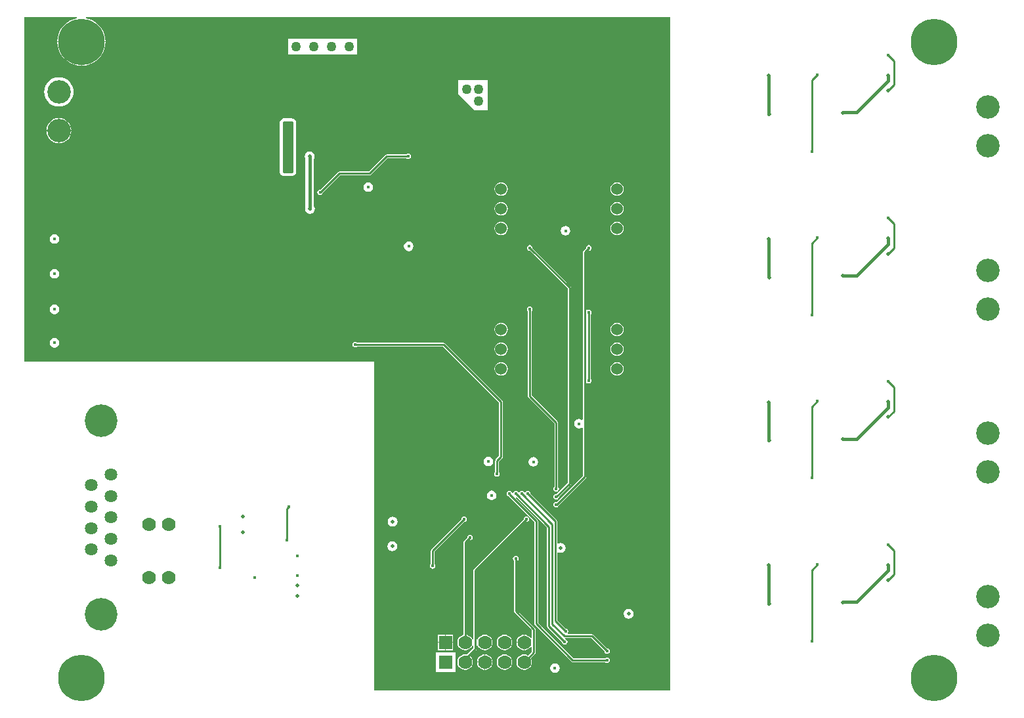
<source format=gbl>
G04*
G04 #@! TF.GenerationSoftware,Altium Limited,Altium Designer,20.0.10 (225)*
G04*
G04 Layer_Physical_Order=4*
G04 Layer_Color=16711680*
%FSLAX25Y25*%
%MOIN*%
G70*
G01*
G75*
%ADD21C,0.01000*%
%ADD83C,0.01500*%
%ADD88C,0.23622*%
%ADD89C,0.07000*%
%ADD90R,0.07000X0.07000*%
%ADD91C,0.11900*%
%ADD92C,0.06000*%
%ADD93C,0.16535*%
%ADD94C,0.06437*%
%ADD95C,0.01772*%
%ADD96C,0.01968*%
%ADD97C,0.05000*%
G36*
X429000Y161000D02*
X278500D01*
Y328000D01*
X101000D01*
Y503000D01*
X127617D01*
X127676Y502500D01*
X126215Y502149D01*
X124439Y501414D01*
X122800Y500410D01*
X121339Y499161D01*
X120090Y497700D01*
X119086Y496061D01*
X118351Y494285D01*
X117902Y492416D01*
X117767Y490700D01*
X142233D01*
X142098Y492416D01*
X141649Y494285D01*
X140914Y496061D01*
X139910Y497700D01*
X138661Y499161D01*
X137200Y500410D01*
X135561Y501414D01*
X133785Y502149D01*
X132324Y502500D01*
X132383Y503000D01*
X429000D01*
Y161000D01*
D02*
G37*
%LPC*%
G36*
X234965Y492100D02*
X234965Y483900D01*
X270035Y483900D01*
Y488000D01*
X270035Y488000D01*
Y488000D01*
Y492100D01*
X234965Y492100D01*
D02*
G37*
G36*
X142233Y490300D02*
X130200D01*
Y478267D01*
X131916Y478402D01*
X133785Y478851D01*
X135561Y479586D01*
X137200Y480590D01*
X138661Y481839D01*
X139910Y483300D01*
X140914Y484939D01*
X141649Y486715D01*
X142098Y488584D01*
X142233Y490300D01*
D02*
G37*
G36*
X129800D02*
X117767D01*
X117902Y488584D01*
X118351Y486715D01*
X119086Y484939D01*
X120090Y483300D01*
X121339Y481839D01*
X122800Y480590D01*
X124439Y479586D01*
X126215Y478851D01*
X128084Y478402D01*
X129800Y478267D01*
Y490300D01*
D02*
G37*
G36*
X118500Y472486D02*
X117040Y472342D01*
X115635Y471916D01*
X114341Y471224D01*
X113207Y470293D01*
X112276Y469159D01*
X111584Y467865D01*
X111158Y466461D01*
X111014Y465000D01*
X111158Y463540D01*
X111584Y462135D01*
X112276Y460841D01*
X113207Y459707D01*
X114341Y458776D01*
X115635Y458084D01*
X117040Y457658D01*
X118500Y457514D01*
X119960Y457658D01*
X121365Y458084D01*
X122659Y458776D01*
X123793Y459707D01*
X124724Y460841D01*
X125416Y462135D01*
X125842Y463540D01*
X125986Y465000D01*
X125842Y466461D01*
X125416Y467865D01*
X124724Y469159D01*
X123793Y470293D01*
X122659Y471224D01*
X121365Y471916D01*
X119960Y472342D01*
X118500Y472486D01*
D02*
G37*
G36*
X336429Y471000D02*
X321300D01*
Y463800D01*
X329507Y455793D01*
X336429Y455810D01*
Y471000D01*
D02*
G37*
G36*
X118724Y451679D02*
Y445518D01*
X124885D01*
X124782Y446563D01*
X124419Y447760D01*
X123829Y448863D01*
X123036Y449830D01*
X122069Y450624D01*
X120965Y451213D01*
X119768Y451576D01*
X118724Y451679D01*
D02*
G37*
G36*
X118324D02*
X117279Y451576D01*
X116082Y451213D01*
X114979Y450624D01*
X114012Y449830D01*
X113218Y448863D01*
X112629Y447760D01*
X112266Y446563D01*
X112163Y445518D01*
X118324D01*
Y451679D01*
D02*
G37*
G36*
X124885Y445118D02*
X118724D01*
Y438957D01*
X119768Y439060D01*
X120965Y439423D01*
X122069Y440013D01*
X123036Y440806D01*
X123829Y441773D01*
X124419Y442876D01*
X124782Y444073D01*
X124885Y445118D01*
D02*
G37*
G36*
X118324D02*
X112163D01*
X112266Y444073D01*
X112629Y442876D01*
X113218Y441773D01*
X114012Y440806D01*
X114979Y440013D01*
X116082Y439423D01*
X117279Y439060D01*
X118324Y438957D01*
Y445118D01*
D02*
G37*
G36*
X295900Y433713D02*
X295359Y433605D01*
X294901Y433299D01*
X294846Y433218D01*
X284900D01*
X284549Y433148D01*
X284251Y432949D01*
X275865Y424563D01*
X260803D01*
X260452Y424493D01*
X260155Y424294D01*
X251227Y415366D01*
X251131Y415385D01*
X250590Y415278D01*
X250132Y414972D01*
X249825Y414513D01*
X249718Y413972D01*
X249825Y413432D01*
X250132Y412973D01*
X250590Y412667D01*
X251131Y412560D01*
X251671Y412667D01*
X252130Y412973D01*
X252436Y413432D01*
X252544Y413972D01*
X252524Y414069D01*
X261184Y422728D01*
X276245D01*
X276596Y422797D01*
X276894Y422996D01*
X285280Y431382D01*
X294846D01*
X294901Y431301D01*
X295359Y430995D01*
X295900Y430887D01*
X296441Y430995D01*
X296899Y431301D01*
X297205Y431759D01*
X297313Y432300D01*
X297205Y432841D01*
X296899Y433299D01*
X296441Y433605D01*
X295900Y433713D01*
D02*
G37*
G36*
X237100Y451529D02*
X232600D01*
X232015Y451413D01*
X231519Y451082D01*
X231119Y450681D01*
X230787Y450185D01*
X230671Y449600D01*
Y424200D01*
X230687Y424116D01*
X230680Y424031D01*
X230745Y423826D01*
X230787Y423615D01*
X230835Y423544D01*
X230860Y423462D01*
X230999Y423298D01*
X231119Y423119D01*
X231190Y423071D01*
X231245Y423006D01*
X231745Y422606D01*
X231936Y422507D01*
X232115Y422387D01*
X232199Y422370D01*
X232274Y422331D01*
X232489Y422313D01*
X232700Y422271D01*
X237000D01*
X237211Y422313D01*
X237426Y422331D01*
X237502Y422370D01*
X237585Y422387D01*
X237764Y422507D01*
X237955Y422606D01*
X238455Y423006D01*
X238510Y423071D01*
X238581Y423119D01*
X238701Y423298D01*
X238840Y423462D01*
X238865Y423544D01*
X238913Y423615D01*
X238955Y423826D01*
X239020Y424031D01*
X239013Y424116D01*
X239029Y424200D01*
Y449600D01*
X238913Y450185D01*
X238581Y450681D01*
X238181Y451082D01*
X237685Y451413D01*
X237333Y451483D01*
X237100Y451529D01*
D02*
G37*
G36*
X275634Y419167D02*
X274703Y418982D01*
X273914Y418454D01*
X273387Y417665D01*
X273202Y416734D01*
X273387Y415803D01*
X273914Y415014D01*
X274703Y414487D01*
X275634Y414302D01*
X276565Y414487D01*
X277354Y415014D01*
X277882Y415803D01*
X278067Y416734D01*
X277882Y417665D01*
X277354Y418454D01*
X276565Y418982D01*
X275634Y419167D01*
D02*
G37*
G36*
X402000Y419078D02*
X401112Y418961D01*
X400285Y418619D01*
X399575Y418074D01*
X399030Y417364D01*
X398688Y416536D01*
X398571Y415649D01*
X398688Y414761D01*
X399030Y413934D01*
X399575Y413224D01*
X400285Y412679D01*
X401112Y412336D01*
X402000Y412219D01*
X402888Y412336D01*
X403715Y412679D01*
X404425Y413224D01*
X404970Y413934D01*
X405312Y414761D01*
X405429Y415649D01*
X405312Y416536D01*
X404970Y417364D01*
X404425Y418074D01*
X403715Y418619D01*
X402888Y418961D01*
X402000Y419078D01*
D02*
G37*
G36*
X343100D02*
X342212Y418961D01*
X341385Y418619D01*
X340675Y418074D01*
X340130Y417364D01*
X339788Y416536D01*
X339671Y415649D01*
X339788Y414761D01*
X340130Y413934D01*
X340675Y413224D01*
X341385Y412679D01*
X342212Y412336D01*
X343100Y412219D01*
X343988Y412336D01*
X344815Y412679D01*
X345525Y413224D01*
X346070Y413934D01*
X346412Y414761D01*
X346529Y415649D01*
X346412Y416536D01*
X346070Y417364D01*
X345525Y418074D01*
X344815Y418619D01*
X343988Y418961D01*
X343100Y419078D01*
D02*
G37*
G36*
X245800Y434733D02*
X244831Y434540D01*
X244009Y433991D01*
X243460Y433169D01*
X243267Y432200D01*
X243460Y431231D01*
X243506Y431162D01*
Y405800D01*
X243506Y405798D01*
X243467Y405600D01*
X243660Y404631D01*
X244209Y403809D01*
X245031Y403260D01*
X246000Y403067D01*
X246969Y403260D01*
X247791Y403809D01*
X248340Y404631D01*
X248533Y405600D01*
X248340Y406569D01*
X248094Y406938D01*
Y431162D01*
X248140Y431231D01*
X248333Y432200D01*
X248140Y433169D01*
X247591Y433991D01*
X246769Y434540D01*
X245800Y434733D01*
D02*
G37*
G36*
X402000Y409078D02*
X401112Y408961D01*
X400285Y408619D01*
X399575Y408074D01*
X399030Y407364D01*
X398688Y406536D01*
X398571Y405649D01*
X398688Y404761D01*
X399030Y403934D01*
X399575Y403224D01*
X400285Y402679D01*
X401112Y402336D01*
X402000Y402219D01*
X402888Y402336D01*
X403715Y402679D01*
X404425Y403224D01*
X404970Y403934D01*
X405312Y404761D01*
X405429Y405649D01*
X405312Y406536D01*
X404970Y407364D01*
X404425Y408074D01*
X403715Y408619D01*
X402888Y408961D01*
X402000Y409078D01*
D02*
G37*
G36*
X343100D02*
X342212Y408961D01*
X341385Y408619D01*
X340675Y408074D01*
X340130Y407364D01*
X339788Y406536D01*
X339671Y405649D01*
X339788Y404761D01*
X340130Y403934D01*
X340675Y403224D01*
X341385Y402679D01*
X342212Y402336D01*
X343100Y402219D01*
X343988Y402336D01*
X344815Y402679D01*
X345525Y403224D01*
X346070Y403934D01*
X346412Y404761D01*
X346529Y405649D01*
X346412Y406536D01*
X346070Y407364D01*
X345525Y408074D01*
X344815Y408619D01*
X343988Y408961D01*
X343100Y409078D01*
D02*
G37*
G36*
X402000Y399078D02*
X401112Y398961D01*
X400285Y398619D01*
X399575Y398074D01*
X399030Y397363D01*
X398688Y396536D01*
X398571Y395649D01*
X398688Y394761D01*
X399030Y393934D01*
X399575Y393224D01*
X400285Y392679D01*
X401112Y392336D01*
X402000Y392219D01*
X402888Y392336D01*
X403715Y392679D01*
X404425Y393224D01*
X404970Y393934D01*
X405312Y394761D01*
X405429Y395649D01*
X405312Y396536D01*
X404970Y397363D01*
X404425Y398074D01*
X403715Y398619D01*
X402888Y398961D01*
X402000Y399078D01*
D02*
G37*
G36*
X343100D02*
X342212Y398961D01*
X341385Y398619D01*
X340675Y398074D01*
X340130Y397363D01*
X339788Y396536D01*
X339671Y395649D01*
X339788Y394761D01*
X340130Y393934D01*
X340675Y393224D01*
X341385Y392679D01*
X342212Y392336D01*
X343100Y392219D01*
X343988Y392336D01*
X344815Y392679D01*
X345525Y393224D01*
X346070Y393934D01*
X346412Y394761D01*
X346529Y395649D01*
X346412Y396536D01*
X346070Y397363D01*
X345525Y398074D01*
X344815Y398619D01*
X343988Y398961D01*
X343100Y399078D01*
D02*
G37*
G36*
X375800Y396933D02*
X374869Y396747D01*
X374080Y396220D01*
X373553Y395431D01*
X373367Y394500D01*
X373553Y393569D01*
X374080Y392780D01*
X374869Y392253D01*
X375800Y392067D01*
X376731Y392253D01*
X377520Y392780D01*
X378047Y393569D01*
X378233Y394500D01*
X378047Y395431D01*
X377520Y396220D01*
X376731Y396747D01*
X375800Y396933D01*
D02*
G37*
G36*
X116300Y392733D02*
X115369Y392547D01*
X114580Y392020D01*
X114053Y391231D01*
X113867Y390300D01*
X114053Y389369D01*
X114580Y388580D01*
X115369Y388053D01*
X116300Y387867D01*
X117231Y388053D01*
X118020Y388580D01*
X118547Y389369D01*
X118733Y390300D01*
X118547Y391231D01*
X118020Y392020D01*
X117231Y392547D01*
X116300Y392733D01*
D02*
G37*
G36*
X387600Y387213D02*
X387059Y387105D01*
X386601Y386799D01*
X386295Y386341D01*
X386187Y385800D01*
X386206Y385704D01*
X384851Y384349D01*
X384652Y384051D01*
X384582Y383700D01*
Y298646D01*
X384082Y298379D01*
X383531Y298747D01*
X382600Y298933D01*
X381669Y298747D01*
X380880Y298220D01*
X380353Y297431D01*
X380167Y296500D01*
X380353Y295569D01*
X380880Y294780D01*
X381669Y294253D01*
X382600Y294067D01*
X383531Y294253D01*
X384082Y294621D01*
X384582Y294354D01*
Y270080D01*
X371274Y256772D01*
X371069Y256813D01*
X370528Y256705D01*
X370069Y256399D01*
X369763Y255941D01*
X369655Y255400D01*
X369763Y254859D01*
X370069Y254401D01*
X370528Y254095D01*
X371069Y253987D01*
X371609Y254095D01*
X372068Y254401D01*
X372374Y254859D01*
X372477Y255380D01*
X386149Y269051D01*
X386348Y269349D01*
X386418Y269700D01*
Y316993D01*
X386918Y317256D01*
X387159Y317095D01*
X387700Y316987D01*
X388241Y317095D01*
X388699Y317401D01*
X389005Y317859D01*
X389113Y318400D01*
X389005Y318941D01*
X388699Y319399D01*
X388618Y319454D01*
Y352029D01*
X388905Y352459D01*
X389013Y353000D01*
X388905Y353541D01*
X388599Y353999D01*
X388141Y354305D01*
X387600Y354413D01*
X387059Y354305D01*
X386918Y354211D01*
X386418Y354478D01*
Y383320D01*
X387504Y384406D01*
X387600Y384387D01*
X388141Y384495D01*
X388599Y384801D01*
X388905Y385259D01*
X389013Y385800D01*
X388905Y386341D01*
X388599Y386799D01*
X388141Y387105D01*
X387600Y387213D01*
D02*
G37*
G36*
X296200Y389033D02*
X295269Y388847D01*
X294480Y388320D01*
X293953Y387531D01*
X293767Y386600D01*
X293953Y385669D01*
X294480Y384880D01*
X295269Y384353D01*
X296200Y384167D01*
X297131Y384353D01*
X297920Y384880D01*
X298447Y385669D01*
X298633Y386600D01*
X298447Y387531D01*
X297920Y388320D01*
X297131Y388847D01*
X296200Y389033D01*
D02*
G37*
G36*
X116300Y375133D02*
X115369Y374947D01*
X114580Y374420D01*
X114053Y373631D01*
X113867Y372700D01*
X114053Y371769D01*
X114580Y370980D01*
X115369Y370453D01*
X116300Y370267D01*
X117231Y370453D01*
X118020Y370980D01*
X118547Y371769D01*
X118733Y372700D01*
X118547Y373631D01*
X118020Y374420D01*
X117231Y374947D01*
X116300Y375133D01*
D02*
G37*
G36*
Y357033D02*
X115369Y356847D01*
X114580Y356320D01*
X114053Y355531D01*
X113867Y354600D01*
X114053Y353669D01*
X114580Y352880D01*
X115369Y352353D01*
X116300Y352167D01*
X117231Y352353D01*
X118020Y352880D01*
X118547Y353669D01*
X118733Y354600D01*
X118547Y355531D01*
X118020Y356320D01*
X117231Y356847D01*
X116300Y357033D01*
D02*
G37*
G36*
X402000Y347778D02*
X401112Y347661D01*
X400285Y347319D01*
X399575Y346774D01*
X399030Y346063D01*
X398688Y345236D01*
X398571Y344349D01*
X398688Y343461D01*
X399030Y342634D01*
X399575Y341924D01*
X400285Y341379D01*
X401112Y341036D01*
X402000Y340919D01*
X402888Y341036D01*
X403715Y341379D01*
X404425Y341924D01*
X404970Y342634D01*
X405312Y343461D01*
X405429Y344349D01*
X405312Y345236D01*
X404970Y346063D01*
X404425Y346774D01*
X403715Y347319D01*
X402888Y347661D01*
X402000Y347778D01*
D02*
G37*
G36*
X343100D02*
X342212Y347661D01*
X341385Y347319D01*
X340675Y346774D01*
X340130Y346063D01*
X339788Y345236D01*
X339671Y344349D01*
X339788Y343461D01*
X340130Y342634D01*
X340675Y341924D01*
X341385Y341379D01*
X342212Y341036D01*
X343100Y340919D01*
X343988Y341036D01*
X344815Y341379D01*
X345525Y341924D01*
X346070Y342634D01*
X346412Y343461D01*
X346529Y344349D01*
X346412Y345236D01*
X346070Y346063D01*
X345525Y346774D01*
X344815Y347319D01*
X343988Y347661D01*
X343100Y347778D01*
D02*
G37*
G36*
X116300Y340033D02*
X115369Y339847D01*
X114580Y339320D01*
X114053Y338531D01*
X113867Y337600D01*
X114053Y336669D01*
X114580Y335880D01*
X115369Y335353D01*
X116300Y335167D01*
X117231Y335353D01*
X118020Y335880D01*
X118547Y336669D01*
X118733Y337600D01*
X118547Y338531D01*
X118020Y339320D01*
X117231Y339847D01*
X116300Y340033D01*
D02*
G37*
G36*
X402000Y337778D02*
X401112Y337661D01*
X400285Y337319D01*
X399575Y336774D01*
X399030Y336064D01*
X398688Y335236D01*
X398571Y334349D01*
X398688Y333461D01*
X399030Y332634D01*
X399575Y331924D01*
X400285Y331379D01*
X401112Y331036D01*
X402000Y330920D01*
X402888Y331036D01*
X403715Y331379D01*
X404425Y331924D01*
X404970Y332634D01*
X405312Y333461D01*
X405429Y334349D01*
X405312Y335236D01*
X404970Y336064D01*
X404425Y336774D01*
X403715Y337319D01*
X402888Y337661D01*
X402000Y337778D01*
D02*
G37*
G36*
X343100D02*
X342212Y337661D01*
X341385Y337319D01*
X340675Y336774D01*
X340130Y336064D01*
X339788Y335236D01*
X339671Y334349D01*
X339788Y333461D01*
X340130Y332634D01*
X340675Y331924D01*
X341385Y331379D01*
X342212Y331036D01*
X343100Y330920D01*
X343988Y331036D01*
X344815Y331379D01*
X345525Y331924D01*
X346070Y332634D01*
X346412Y333461D01*
X346529Y334349D01*
X346412Y335236D01*
X346070Y336064D01*
X345525Y336774D01*
X344815Y337319D01*
X343988Y337661D01*
X343100Y337778D01*
D02*
G37*
G36*
X402000Y327778D02*
X401112Y327661D01*
X400285Y327319D01*
X399575Y326774D01*
X399030Y326063D01*
X398688Y325236D01*
X398571Y324349D01*
X398688Y323461D01*
X399030Y322634D01*
X399575Y321924D01*
X400285Y321379D01*
X401112Y321036D01*
X402000Y320919D01*
X402888Y321036D01*
X403715Y321379D01*
X404425Y321924D01*
X404970Y322634D01*
X405312Y323461D01*
X405429Y324349D01*
X405312Y325236D01*
X404970Y326063D01*
X404425Y326774D01*
X403715Y327319D01*
X402888Y327661D01*
X402000Y327778D01*
D02*
G37*
G36*
X343100D02*
X342212Y327661D01*
X341385Y327319D01*
X340675Y326774D01*
X340130Y326063D01*
X339788Y325236D01*
X339671Y324349D01*
X339788Y323461D01*
X340130Y322634D01*
X340675Y321924D01*
X341385Y321379D01*
X342212Y321036D01*
X343100Y320919D01*
X343988Y321036D01*
X344815Y321379D01*
X345525Y321924D01*
X346070Y322634D01*
X346412Y323461D01*
X346529Y324349D01*
X346412Y325236D01*
X346070Y326063D01*
X345525Y326774D01*
X344815Y327319D01*
X343988Y327661D01*
X343100Y327778D01*
D02*
G37*
G36*
X336668Y279733D02*
X335738Y279547D01*
X334948Y279020D01*
X334421Y278231D01*
X334236Y277300D01*
X334421Y276369D01*
X334948Y275580D01*
X335738Y275053D01*
X336668Y274867D01*
X337599Y275053D01*
X338389Y275580D01*
X338916Y276369D01*
X339101Y277300D01*
X338916Y278231D01*
X338389Y279020D01*
X337599Y279547D01*
X336668Y279733D01*
D02*
G37*
G36*
X359469Y279533D02*
X358538Y279347D01*
X357748Y278820D01*
X357221Y278031D01*
X357036Y277100D01*
X357221Y276169D01*
X357748Y275380D01*
X358538Y274853D01*
X359469Y274667D01*
X360399Y274853D01*
X361189Y275380D01*
X361716Y276169D01*
X361901Y277100D01*
X361716Y278031D01*
X361189Y278820D01*
X360399Y279347D01*
X359469Y279533D01*
D02*
G37*
G36*
X269000Y338013D02*
X268459Y337905D01*
X268001Y337599D01*
X267695Y337141D01*
X267587Y336600D01*
X267695Y336059D01*
X268001Y335601D01*
X268459Y335295D01*
X269000Y335187D01*
X269541Y335295D01*
X269999Y335601D01*
X270054Y335682D01*
X313720D01*
X342082Y307320D01*
Y280180D01*
X340351Y278449D01*
X340152Y278151D01*
X340082Y277800D01*
Y272067D01*
X339980Y271999D01*
X339674Y271541D01*
X339566Y271000D01*
X339674Y270459D01*
X339980Y270001D01*
X340439Y269695D01*
X340979Y269587D01*
X341520Y269695D01*
X341978Y270001D01*
X342285Y270459D01*
X342392Y271000D01*
X342285Y271541D01*
X341978Y271999D01*
X341918Y272040D01*
Y277420D01*
X343649Y279151D01*
X343848Y279449D01*
X343918Y279800D01*
Y307700D01*
X343848Y308051D01*
X343649Y308349D01*
X314749Y337249D01*
X314451Y337448D01*
X314100Y337518D01*
X270054D01*
X269999Y337599D01*
X269541Y337905D01*
X269000Y338013D01*
D02*
G37*
G36*
X357600Y356013D02*
X357059Y355905D01*
X356601Y355599D01*
X356295Y355141D01*
X356187Y354600D01*
X356295Y354059D01*
X356601Y353601D01*
X356682Y353546D01*
Y310500D01*
X356752Y310149D01*
X356951Y309851D01*
X370182Y296620D01*
Y264475D01*
X370069Y264399D01*
X369763Y263941D01*
X369655Y263400D01*
X369763Y262859D01*
X370069Y262401D01*
X370528Y262095D01*
X371069Y261987D01*
X371609Y262095D01*
X372068Y262401D01*
X372374Y262859D01*
X372481Y263400D01*
X372374Y263941D01*
X372068Y264399D01*
X372018Y264433D01*
Y297000D01*
X371948Y297351D01*
X371749Y297649D01*
X358518Y310880D01*
Y353546D01*
X358599Y353601D01*
X358905Y354059D01*
X359013Y354600D01*
X358905Y355141D01*
X358599Y355599D01*
X358141Y355905D01*
X357600Y356013D01*
D02*
G37*
G36*
X356682Y262313D02*
X356141Y262205D01*
X355683Y261899D01*
X355406Y261485D01*
X355141Y261462D01*
X354876Y261485D01*
X354599Y261899D01*
X354141Y262205D01*
X353600Y262313D01*
X353059Y262205D01*
X352601Y261899D01*
X352310Y261465D01*
X352141Y261441D01*
X351959D01*
X351789Y261465D01*
X351499Y261899D01*
X351041Y262205D01*
X350500Y262313D01*
X349959Y262205D01*
X349501Y261899D01*
X349195Y261441D01*
X349152Y261225D01*
X348642D01*
X348599Y261441D01*
X348293Y261899D01*
X347834Y262205D01*
X347294Y262313D01*
X346753Y262205D01*
X346295Y261899D01*
X345988Y261441D01*
X345881Y260900D01*
X345988Y260359D01*
X346295Y259901D01*
X346753Y259595D01*
X347071Y259531D01*
X359982Y246620D01*
Y194900D01*
X360052Y194549D01*
X360251Y194251D01*
X378751Y175751D01*
X379049Y175552D01*
X379400Y175482D01*
X395846D01*
X395901Y175401D01*
X396359Y175095D01*
X396900Y174987D01*
X397441Y175095D01*
X397899Y175401D01*
X398205Y175859D01*
X398313Y176400D01*
X398205Y176941D01*
X397899Y177399D01*
X397441Y177705D01*
X396900Y177813D01*
X396359Y177705D01*
X395901Y177399D01*
X395846Y177318D01*
X379780D01*
X361818Y195280D01*
Y247000D01*
X361748Y247351D01*
X361549Y247649D01*
X350480Y258717D01*
X350660Y259244D01*
X350836Y259267D01*
X366382Y243720D01*
Y193800D01*
X366452Y193449D01*
X366651Y193151D01*
X373990Y185813D01*
X373987Y185800D01*
X374095Y185259D01*
X374401Y184801D01*
X374859Y184495D01*
X375400Y184387D01*
X375941Y184495D01*
X376399Y184801D01*
X376705Y185259D01*
X376813Y185800D01*
X376705Y186341D01*
X376399Y186799D01*
X375941Y187105D01*
X375554Y187182D01*
X375603Y187682D01*
X388920D01*
X395506Y181096D01*
X395487Y181000D01*
X395595Y180459D01*
X395901Y180001D01*
X396359Y179695D01*
X396900Y179587D01*
X397441Y179695D01*
X397899Y180001D01*
X398205Y180459D01*
X398313Y181000D01*
X398205Y181541D01*
X397899Y181999D01*
X397441Y182305D01*
X396900Y182413D01*
X396804Y182394D01*
X389949Y189249D01*
X389651Y189448D01*
X389300Y189518D01*
X376976D01*
X376830Y189917D01*
X376810Y190018D01*
X377105Y190459D01*
X377213Y191000D01*
X377105Y191541D01*
X376799Y191999D01*
X376341Y192305D01*
X375800Y192413D01*
X375704Y192394D01*
X371518Y196580D01*
Y231052D01*
X371959Y231288D01*
X372299Y231060D01*
X373269Y230867D01*
X374238Y231060D01*
X375060Y231609D01*
X375609Y232431D01*
X375801Y233400D01*
X375609Y234369D01*
X375060Y235191D01*
X374238Y235740D01*
X373269Y235933D01*
X372299Y235740D01*
X371959Y235512D01*
X371518Y235748D01*
Y247064D01*
X371448Y247415D01*
X371249Y247713D01*
X358089Y260872D01*
X358095Y260900D01*
X357987Y261441D01*
X357681Y261899D01*
X357223Y262205D01*
X356682Y262313D01*
D02*
G37*
G36*
X357600Y387213D02*
X357059Y387105D01*
X356601Y386799D01*
X356295Y386341D01*
X356187Y385800D01*
X356295Y385259D01*
X356601Y384801D01*
X357059Y384495D01*
X357600Y384387D01*
X357696Y384406D01*
X376882Y365220D01*
Y266512D01*
X371165Y260794D01*
X371069Y260813D01*
X370528Y260705D01*
X370069Y260399D01*
X369763Y259941D01*
X369655Y259400D01*
X369763Y258859D01*
X370069Y258401D01*
X370528Y258095D01*
X371069Y257987D01*
X371609Y258095D01*
X372068Y258401D01*
X372374Y258859D01*
X372481Y259400D01*
X372462Y259496D01*
X378449Y265483D01*
X378648Y265780D01*
X378718Y266131D01*
Y365600D01*
X378648Y365951D01*
X378449Y366249D01*
X358994Y385704D01*
X359013Y385800D01*
X358905Y386341D01*
X358599Y386799D01*
X358141Y387105D01*
X357600Y387213D01*
D02*
G37*
G36*
X338300Y262533D02*
X337369Y262347D01*
X336580Y261820D01*
X336053Y261031D01*
X335867Y260100D01*
X336053Y259169D01*
X336580Y258380D01*
X337369Y257853D01*
X338300Y257667D01*
X339231Y257853D01*
X340020Y258380D01*
X340547Y259169D01*
X340733Y260100D01*
X340547Y261031D01*
X340020Y261820D01*
X339231Y262347D01*
X338300Y262533D01*
D02*
G37*
G36*
X355900Y249413D02*
X355359Y249305D01*
X354901Y248999D01*
X354595Y248541D01*
X354487Y248000D01*
X354506Y247904D01*
X329151Y222549D01*
X328952Y222251D01*
X328882Y221900D01*
Y187042D01*
X328382Y186943D01*
X328207Y187367D01*
X327582Y188181D01*
X326767Y188807D01*
X325818Y189200D01*
X325718Y189213D01*
Y235820D01*
X327104Y237206D01*
X327200Y237187D01*
X327741Y237295D01*
X328199Y237601D01*
X328505Y238059D01*
X328613Y238600D01*
X328505Y239141D01*
X328199Y239599D01*
X327741Y239905D01*
X327200Y240013D01*
X326659Y239905D01*
X326201Y239599D01*
X325895Y239141D01*
X325787Y238600D01*
X325806Y238504D01*
X324151Y236849D01*
X323952Y236551D01*
X323882Y236200D01*
Y189213D01*
X323782Y189200D01*
X322833Y188807D01*
X322019Y188181D01*
X321393Y187367D01*
X321000Y186418D01*
X320866Y185400D01*
X321000Y184382D01*
X321393Y183433D01*
X322019Y182618D01*
X322833Y181993D01*
X323782Y181600D01*
X324800Y181466D01*
X325818Y181600D01*
X326767Y181993D01*
X327582Y182618D01*
X328207Y183433D01*
X328382Y183857D01*
X328882Y183758D01*
Y182380D01*
X325715Y179213D01*
X324800Y179334D01*
X323782Y179200D01*
X322833Y178807D01*
X322019Y178182D01*
X321393Y177367D01*
X321000Y176418D01*
X320866Y175400D01*
X321000Y174382D01*
X321393Y173433D01*
X322019Y172618D01*
X322833Y171993D01*
X323782Y171600D01*
X324800Y171466D01*
X325818Y171600D01*
X326767Y171993D01*
X327582Y172618D01*
X328207Y173433D01*
X328600Y174382D01*
X328734Y175400D01*
X328600Y176418D01*
X328207Y177367D01*
X327582Y178182D01*
X327563Y178465D01*
X330449Y181351D01*
X330648Y181649D01*
X330718Y182000D01*
Y183758D01*
X331218Y183858D01*
X331393Y183433D01*
X332018Y182618D01*
X332833Y181993D01*
X333782Y181600D01*
X334800Y181466D01*
X335818Y181600D01*
X336767Y181993D01*
X337581Y182618D01*
X338207Y183433D01*
X338600Y184382D01*
X338734Y185400D01*
X338600Y186418D01*
X338207Y187367D01*
X337581Y188181D01*
X336767Y188807D01*
X335818Y189200D01*
X334800Y189334D01*
X333782Y189200D01*
X332833Y188807D01*
X332018Y188181D01*
X331393Y187367D01*
X331218Y186943D01*
X330718Y187042D01*
Y221520D01*
X355804Y246606D01*
X355900Y246587D01*
X356441Y246695D01*
X356899Y247001D01*
X357205Y247459D01*
X357313Y248000D01*
X357205Y248541D01*
X356899Y248999D01*
X356441Y249305D01*
X355900Y249413D01*
D02*
G37*
G36*
X324300D02*
X323759Y249305D01*
X323301Y248999D01*
X322995Y248541D01*
X322887Y248000D01*
X322906Y247904D01*
X307702Y232699D01*
X307503Y232402D01*
X307433Y232051D01*
Y225227D01*
X307351Y225173D01*
X307045Y224714D01*
X306938Y224174D01*
X307045Y223633D01*
X307351Y223175D01*
X307810Y222868D01*
X308351Y222761D01*
X308891Y222868D01*
X309350Y223175D01*
X309656Y223633D01*
X309764Y224174D01*
X309656Y224714D01*
X309350Y225173D01*
X309268Y225227D01*
Y231670D01*
X324204Y246606D01*
X324300Y246587D01*
X324841Y246695D01*
X325299Y247001D01*
X325605Y247459D01*
X325713Y248000D01*
X325605Y248541D01*
X325299Y248999D01*
X324841Y249305D01*
X324300Y249413D01*
D02*
G37*
G36*
X288000Y249333D02*
X287031Y249140D01*
X286209Y248591D01*
X285660Y247769D01*
X285467Y246800D01*
X285660Y245831D01*
X286209Y245009D01*
X287031Y244460D01*
X288000Y244267D01*
X288969Y244460D01*
X289791Y245009D01*
X290340Y245831D01*
X290533Y246800D01*
X290340Y247769D01*
X289791Y248591D01*
X288969Y249140D01*
X288000Y249333D01*
D02*
G37*
G36*
X287800Y236733D02*
X286831Y236540D01*
X286009Y235991D01*
X285460Y235169D01*
X285267Y234200D01*
X285460Y233231D01*
X286009Y232409D01*
X286831Y231860D01*
X287800Y231667D01*
X288769Y231860D01*
X289591Y232409D01*
X290140Y233231D01*
X290333Y234200D01*
X290140Y235169D01*
X289591Y235991D01*
X288769Y236540D01*
X287800Y236733D01*
D02*
G37*
G36*
X407799Y202459D02*
X406830Y202266D01*
X406008Y201717D01*
X405459Y200895D01*
X405266Y199926D01*
X405459Y198957D01*
X406008Y198135D01*
X406830Y197586D01*
X407799Y197393D01*
X408769Y197586D01*
X409590Y198135D01*
X410139Y198957D01*
X410332Y199926D01*
X410139Y200895D01*
X409590Y201717D01*
X408769Y202266D01*
X407799Y202459D01*
D02*
G37*
G36*
X350500Y229413D02*
X349959Y229305D01*
X349501Y228999D01*
X349195Y228541D01*
X349087Y228000D01*
X349195Y227459D01*
X349501Y227001D01*
X349582Y226946D01*
Y201200D01*
X349652Y200849D01*
X349851Y200551D01*
X358782Y191620D01*
Y187284D01*
X358282Y187184D01*
X358207Y187367D01*
X357581Y188182D01*
X356767Y188807D01*
X355818Y189200D01*
X355000Y189307D01*
Y185400D01*
Y181493D01*
X355818Y181600D01*
X356767Y181993D01*
X357581Y182619D01*
X358207Y183433D01*
X358282Y183616D01*
X358782Y183517D01*
Y180680D01*
X356847Y178745D01*
X356767Y178807D01*
X355818Y179200D01*
X354800Y179334D01*
X353782Y179200D01*
X352833Y178807D01*
X352018Y178182D01*
X351393Y177367D01*
X351000Y176418D01*
X350866Y175400D01*
X351000Y174382D01*
X351393Y173433D01*
X352018Y172619D01*
X352833Y171993D01*
X353782Y171600D01*
X354800Y171466D01*
X355818Y171600D01*
X356767Y171993D01*
X357581Y172619D01*
X358207Y173433D01*
X358600Y174382D01*
X358734Y175400D01*
X358600Y176418D01*
X358207Y177367D01*
X358145Y177447D01*
X360349Y179651D01*
X360548Y179949D01*
X360618Y180300D01*
Y192000D01*
X360548Y192351D01*
X360349Y192649D01*
X351418Y201580D01*
Y226946D01*
X351499Y227001D01*
X351805Y227459D01*
X351913Y228000D01*
X351805Y228541D01*
X351499Y228999D01*
X351041Y229305D01*
X350500Y229413D01*
D02*
G37*
G36*
X354600Y189307D02*
X353782Y189200D01*
X352833Y188807D01*
X352018Y188182D01*
X351393Y187367D01*
X351000Y186418D01*
X350893Y185600D01*
X354600D01*
Y189307D01*
D02*
G37*
G36*
X318700Y189300D02*
X315000D01*
Y185600D01*
X318700D01*
Y189300D01*
D02*
G37*
G36*
X314600D02*
X310900D01*
Y185600D01*
X314600D01*
Y189300D01*
D02*
G37*
G36*
X318700Y185200D02*
X315000D01*
Y181500D01*
X318700D01*
Y185200D01*
D02*
G37*
G36*
X314600D02*
X310900D01*
Y181500D01*
X314600D01*
Y185200D01*
D02*
G37*
G36*
X354600Y185200D02*
X350893D01*
X351000Y184382D01*
X351393Y183433D01*
X352018Y182619D01*
X352833Y181993D01*
X353782Y181600D01*
X354600Y181493D01*
Y185200D01*
D02*
G37*
G36*
X344800Y189334D02*
X343782Y189200D01*
X342833Y188807D01*
X342019Y188181D01*
X341393Y187367D01*
X341000Y186418D01*
X340866Y185400D01*
X341000Y184382D01*
X341393Y183433D01*
X342019Y182618D01*
X342833Y181993D01*
X343782Y181600D01*
X344800Y181466D01*
X345818Y181600D01*
X346767Y181993D01*
X347582Y182618D01*
X348207Y183433D01*
X348600Y184382D01*
X348734Y185400D01*
X348600Y186418D01*
X348207Y187367D01*
X347582Y188181D01*
X346767Y188807D01*
X345818Y189200D01*
X344800Y189334D01*
D02*
G37*
G36*
X335000Y179307D02*
Y175600D01*
X338707D01*
X338600Y176418D01*
X338207Y177367D01*
X337581Y178182D01*
X336767Y178807D01*
X335818Y179200D01*
X335000Y179307D01*
D02*
G37*
G36*
X334600D02*
X333782Y179200D01*
X332833Y178807D01*
X332018Y178182D01*
X331393Y177367D01*
X331000Y176418D01*
X330893Y175600D01*
X334600D01*
Y179307D01*
D02*
G37*
G36*
X338707Y175200D02*
X335000D01*
Y171493D01*
X335818Y171600D01*
X336767Y171993D01*
X337581Y172618D01*
X338207Y173433D01*
X338600Y174382D01*
X338707Y175200D01*
D02*
G37*
G36*
X334600D02*
X330893D01*
X331000Y174382D01*
X331393Y173433D01*
X332018Y172618D01*
X332833Y171993D01*
X333782Y171600D01*
X334600Y171493D01*
Y175200D01*
D02*
G37*
G36*
X344800Y179334D02*
X343782Y179200D01*
X342833Y178807D01*
X342019Y178182D01*
X341393Y177367D01*
X341000Y176418D01*
X340866Y175400D01*
X341000Y174382D01*
X341393Y173433D01*
X342019Y172618D01*
X342833Y171993D01*
X343782Y171600D01*
X344800Y171466D01*
X345818Y171600D01*
X346767Y171993D01*
X347582Y172618D01*
X348207Y173433D01*
X348600Y174382D01*
X348734Y175400D01*
X348600Y176418D01*
X348207Y177367D01*
X347582Y178182D01*
X346767Y178807D01*
X345818Y179200D01*
X344800Y179334D01*
D02*
G37*
G36*
X319800Y180400D02*
X309800D01*
Y170400D01*
X319800D01*
Y180400D01*
D02*
G37*
G36*
X370400Y174733D02*
X369469Y174547D01*
X368680Y174020D01*
X368153Y173231D01*
X367967Y172300D01*
X368153Y171369D01*
X368680Y170580D01*
X369469Y170053D01*
X370400Y169867D01*
X371331Y170053D01*
X372120Y170580D01*
X372647Y171369D01*
X372833Y172300D01*
X372647Y173231D01*
X372120Y174020D01*
X371331Y174547D01*
X370400Y174733D01*
D02*
G37*
%LPD*%
G36*
X237500Y449600D02*
Y424200D01*
X237000Y423800D01*
X232700D01*
X232200Y424200D01*
Y449600D01*
X232600Y450000D01*
X237100D01*
X237500Y449600D01*
D02*
G37*
D21*
X500800Y222141D02*
X503700Y225041D01*
X500800Y185941D02*
Y222141D01*
X479100Y205041D02*
X479200Y204941D01*
X539600Y235040D02*
X542600Y232041D01*
Y219841D02*
Y232041D01*
X539700Y216940D02*
X542600Y219841D01*
X516657Y205716D02*
X516841Y205900D01*
X500800Y305041D02*
X503700Y307941D01*
X500800Y268841D02*
Y305041D01*
X479100Y287941D02*
X479200Y287841D01*
X539600Y317940D02*
X542600Y314941D01*
Y302741D02*
Y314941D01*
X539700Y299840D02*
X542600Y302741D01*
X516657Y288616D02*
X516841Y288800D01*
X500800Y387941D02*
X503700Y390841D01*
X500800Y351741D02*
Y387941D01*
X479100Y370841D02*
X479200Y370741D01*
X539600Y400841D02*
X542600Y397840D01*
Y385641D02*
Y397840D01*
X539700Y382740D02*
X542600Y385641D01*
X516657Y371516D02*
X516841Y371700D01*
X245800Y405800D02*
X246000Y405600D01*
X276245Y423645D02*
X284900Y432300D01*
X260803Y423645D02*
X276245D01*
X251131Y413972D02*
X260803Y423645D01*
X269000Y336600D02*
X314100D01*
X343000Y307700D01*
Y279800D02*
Y307700D01*
X341000Y277800D02*
X343000Y279800D01*
X341000Y271521D02*
Y277800D01*
X340979Y271500D02*
X341000Y271521D01*
X340979Y271152D02*
Y271500D01*
X387600Y353000D02*
X387700Y352900D01*
Y318400D02*
Y352900D01*
X371069Y255400D02*
X371200D01*
X385500Y269700D02*
Y383700D01*
X371200Y255400D02*
X385500Y269700D01*
Y383700D02*
X387600Y385800D01*
X357600D02*
X377800Y365600D01*
X371069Y259400D02*
X377800Y266131D01*
Y365600D01*
X379400Y176400D02*
X396900D01*
X360900Y194900D02*
X379400Y176400D01*
X347306Y260594D02*
X360900Y247000D01*
X369000Y194800D02*
X375200Y188600D01*
X389300D02*
X396900Y181000D01*
X375200Y188600D02*
X389300D01*
X353600Y260900D02*
X369000Y245500D01*
Y194800D02*
Y245500D01*
X360900Y194900D02*
Y247000D01*
X370600Y196200D02*
Y247064D01*
X356682Y260982D02*
X370600Y247064D01*
X367300Y193800D02*
Y244100D01*
X350500Y260900D02*
X367300Y244100D01*
Y193800D02*
X375300Y185800D01*
X375400D01*
X370600Y196200D02*
X375800Y191000D01*
X324800Y175400D02*
Y177000D01*
X329800Y182000D01*
Y221900D02*
X355900Y248000D01*
X329800Y182000D02*
Y221900D01*
X324800Y236200D02*
X327200Y238600D01*
X324800Y185400D02*
Y236200D01*
X354800Y175400D02*
X359700Y180300D01*
Y192000D01*
X350500Y201200D02*
Y228000D01*
Y201200D02*
X359700Y192000D01*
X371069Y263400D02*
X371100Y263432D01*
Y297000D01*
X357600Y310500D02*
Y354600D01*
Y310500D02*
X371100Y297000D01*
X308351Y232051D02*
X324300Y248000D01*
X308351Y224174D02*
Y232051D01*
X401985Y405664D02*
X402000Y405649D01*
X516657Y454417D02*
X516841Y454600D01*
X539600Y483741D02*
X542600Y480740D01*
Y468540D02*
Y480740D01*
X539700Y465640D02*
X542600Y468540D01*
X234300Y237200D02*
Y253200D01*
X479100Y453741D02*
X479200Y453641D01*
X500800Y434641D02*
Y470841D01*
X503700Y473740D01*
X284900Y432300D02*
X295900D01*
X234300Y253200D02*
X235300Y254200D01*
X200300Y223200D02*
Y244200D01*
D83*
X479100Y205041D02*
Y224540D01*
X539700Y221860D02*
Y224741D01*
X523740Y205900D02*
X539700Y221860D01*
X516841Y205900D02*
X523740D01*
X479100Y287941D02*
Y307440D01*
X539700Y304760D02*
Y307641D01*
X523740Y288800D02*
X539700Y304760D01*
X516841Y288800D02*
X523740D01*
X479100Y370841D02*
Y390340D01*
X539700Y387660D02*
Y390541D01*
X523740Y371700D02*
X539700Y387660D01*
X516841Y371700D02*
X523740D01*
X245800Y405800D02*
Y432200D01*
X516841Y454600D02*
X523740D01*
X539700Y470560D02*
Y473441D01*
X523740Y454600D02*
X539700Y470560D01*
X479100Y453741D02*
Y473241D01*
D88*
X563000Y167500D02*
D03*
Y490500D02*
D03*
X130000Y167500D02*
D03*
Y490500D02*
D03*
D89*
X334800Y185400D02*
D03*
X324800Y185400D02*
D03*
X344800Y185400D02*
D03*
X354800Y185400D02*
D03*
X354800Y175400D02*
D03*
X344800Y175400D02*
D03*
X324800Y175400D02*
D03*
X334800Y175400D02*
D03*
X174300Y245200D02*
D03*
X164300Y245200D02*
D03*
X174300Y218200D02*
D03*
X164300Y218200D02*
D03*
D90*
X314800Y185400D02*
D03*
X314800Y175400D02*
D03*
D91*
X118500Y465000D02*
D03*
X118524Y445318D02*
D03*
X590240Y189000D02*
D03*
X590217Y208682D02*
D03*
X590240Y271900D02*
D03*
X590217Y291582D02*
D03*
X590240Y354800D02*
D03*
X590217Y374482D02*
D03*
X590240Y437700D02*
D03*
X590217Y457382D02*
D03*
D92*
X402000Y344349D02*
D03*
Y334349D02*
D03*
Y324349D02*
D03*
X343100Y344349D02*
D03*
Y334349D02*
D03*
Y324349D02*
D03*
Y395649D02*
D03*
Y405649D02*
D03*
Y415649D02*
D03*
X402000Y395649D02*
D03*
Y405649D02*
D03*
Y415649D02*
D03*
D93*
X139800Y298074D02*
D03*
Y199649D02*
D03*
D94*
X144800Y270672D02*
D03*
Y259767D02*
D03*
Y248861D02*
D03*
Y237956D02*
D03*
Y227050D02*
D03*
X134800Y232523D02*
D03*
Y243428D02*
D03*
Y254294D02*
D03*
Y265200D02*
D03*
D95*
X503700Y225041D02*
D03*
X500800Y185941D02*
D03*
X539700Y235040D02*
D03*
X503700Y307941D02*
D03*
X500800Y268841D02*
D03*
X539700Y317940D02*
D03*
X503700Y390841D02*
D03*
X500800Y351741D02*
D03*
X539700Y400841D02*
D03*
X338300Y260100D02*
D03*
X347000Y203000D02*
D03*
Y213000D02*
D03*
Y223000D02*
D03*
X296200Y386600D02*
D03*
X239500Y229200D02*
D03*
X395600Y262300D02*
D03*
X381100Y217600D02*
D03*
X116300Y354600D02*
D03*
X313000Y413900D02*
D03*
X275634Y416734D02*
D03*
X270600Y420600D02*
D03*
X253700Y412500D02*
D03*
X217900Y218200D02*
D03*
X239500Y219200D02*
D03*
X269000Y336600D02*
D03*
X340979Y271000D02*
D03*
X382600Y296500D02*
D03*
X387700Y318400D02*
D03*
X387600Y353000D02*
D03*
X375500Y176000D02*
D03*
X390100Y207900D02*
D03*
X390150Y199968D02*
D03*
X370400Y172300D02*
D03*
X396900Y176400D02*
D03*
Y181000D02*
D03*
X353600Y260900D02*
D03*
X347294D02*
D03*
X356682D02*
D03*
X350500D02*
D03*
X375400Y185800D02*
D03*
X375800Y191000D02*
D03*
X355900Y248000D02*
D03*
X418000Y463700D02*
D03*
Y380700D02*
D03*
X417970Y297902D02*
D03*
X418000Y214900D02*
D03*
X327200Y238600D02*
D03*
X350500Y228000D02*
D03*
X357600Y354600D02*
D03*
Y385800D02*
D03*
X387600D02*
D03*
X324300Y248000D02*
D03*
X308351Y224174D02*
D03*
X337769Y271000D02*
D03*
X361169Y296400D02*
D03*
X375800Y394500D02*
D03*
X358368Y238500D02*
D03*
X246000Y388400D02*
D03*
X267900Y392000D02*
D03*
X302500Y417500D02*
D03*
X340469Y296200D02*
D03*
X375569Y296400D02*
D03*
X116300Y337600D02*
D03*
Y372700D02*
D03*
Y390300D02*
D03*
X161600Y348700D02*
D03*
X161700Y369800D02*
D03*
X161800Y390000D02*
D03*
X161700Y411100D02*
D03*
X367800Y394500D02*
D03*
X379900Y395100D02*
D03*
X336668Y277300D02*
D03*
X359469Y277100D02*
D03*
X371069Y263400D02*
D03*
Y259400D02*
D03*
Y255400D02*
D03*
X539700Y483741D02*
D03*
X503700Y473740D02*
D03*
X251131Y413972D02*
D03*
X295900Y432300D02*
D03*
X500800Y434641D02*
D03*
X233600Y448800D02*
D03*
X236100D02*
D03*
Y425000D02*
D03*
X233600D02*
D03*
X234300Y237200D02*
D03*
X235300Y254200D02*
D03*
X200300Y244200D02*
D03*
Y223200D02*
D03*
D96*
X479100Y224540D02*
D03*
X479200Y204941D02*
D03*
X539700Y216940D02*
D03*
Y224741D02*
D03*
X516657Y205716D02*
D03*
X479100Y307440D02*
D03*
X479200Y287841D02*
D03*
X539700Y299840D02*
D03*
Y307641D02*
D03*
X516657Y288616D02*
D03*
X479100Y390340D02*
D03*
X479200Y370741D02*
D03*
X539700Y382740D02*
D03*
Y390541D02*
D03*
X516657Y371516D02*
D03*
X245800Y432200D02*
D03*
X246000Y405600D02*
D03*
X270900Y408000D02*
D03*
X239500Y214200D02*
D03*
X212100Y249200D02*
D03*
Y241200D02*
D03*
X239500Y209000D02*
D03*
X407799Y199926D02*
D03*
X287800Y234200D02*
D03*
X264500Y429000D02*
D03*
Y437000D02*
D03*
Y445000D02*
D03*
X273000Y467500D02*
D03*
X263000D02*
D03*
X288000Y246800D02*
D03*
Y254200D02*
D03*
X287900Y239200D02*
D03*
X291600Y214100D02*
D03*
X365268Y209600D02*
D03*
X372600Y352400D02*
D03*
X373269Y233400D02*
D03*
X516657Y454417D02*
D03*
X259531Y418437D02*
D03*
X263469D02*
D03*
X259531Y414500D02*
D03*
X263469D02*
D03*
X259531Y410563D02*
D03*
X263469D02*
D03*
X539700Y465640D02*
D03*
Y473441D02*
D03*
X479100Y473241D02*
D03*
X479200Y453641D02*
D03*
D97*
X307200Y484700D02*
D03*
X307277Y456323D02*
D03*
X327600Y476000D02*
D03*
X331500Y460500D02*
D03*
Y466500D02*
D03*
X325500D02*
D03*
X266000Y488000D02*
D03*
X257000D02*
D03*
X248000D02*
D03*
X239000D02*
D03*
M02*

</source>
